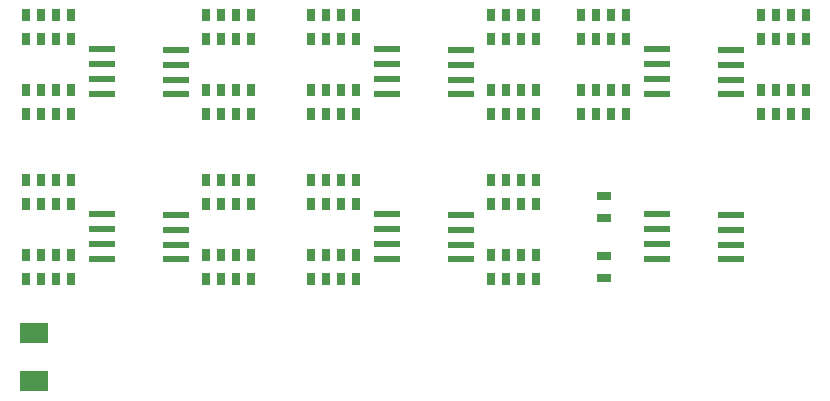
<source format=gtp>
G04 EAGLE Gerber X2 export*
%TF.Part,Single*%
%TF.FileFunction,Other,Top Paste*%
%TF.FilePolarity,Positive*%
%TF.GenerationSoftware,Autodesk,EAGLE,8.7.1*%
%TF.CreationDate,2018-04-05T21:50:13Z*%
G75*
%MOMM*%
%FSLAX34Y34*%
%LPD*%
%AMOC8*
5,1,8,0,0,1.08239X$1,22.5*%
G01*
%ADD10R,2.400000X1.800000*%
%ADD11R,2.200000X0.500000*%
%ADD12R,0.650000X1.000000*%
%ADD13R,1.200000X0.800000*%


D10*
X139700Y286950D03*
X139700Y246450D03*
D11*
X260140Y349250D03*
X260140Y361850D03*
X260140Y374550D03*
X260140Y387250D03*
X197060Y349250D03*
X197060Y361950D03*
X197060Y374650D03*
X197060Y387350D03*
D12*
X323850Y416400D03*
X311150Y416400D03*
X298450Y416400D03*
X285750Y416400D03*
X323850Y396400D03*
X311150Y396400D03*
X298450Y396400D03*
X285750Y396400D03*
X323850Y352900D03*
X311150Y352900D03*
X298450Y352900D03*
X285750Y352900D03*
X323850Y332900D03*
X311150Y332900D03*
X298450Y332900D03*
X285750Y332900D03*
X133350Y332900D03*
X146050Y332900D03*
X158750Y332900D03*
X171450Y332900D03*
X133350Y352900D03*
X146050Y352900D03*
X158750Y352900D03*
X171450Y352900D03*
X133350Y396400D03*
X146050Y396400D03*
X158750Y396400D03*
X171450Y396400D03*
X133350Y416400D03*
X146050Y416400D03*
X158750Y416400D03*
X171450Y416400D03*
D11*
X260140Y488950D03*
X260140Y501550D03*
X260140Y514250D03*
X260140Y526950D03*
X197060Y488950D03*
X197060Y501650D03*
X197060Y514350D03*
X197060Y527050D03*
D12*
X323850Y556100D03*
X311150Y556100D03*
X298450Y556100D03*
X285750Y556100D03*
X323850Y536100D03*
X311150Y536100D03*
X298450Y536100D03*
X285750Y536100D03*
X323850Y492600D03*
X311150Y492600D03*
X298450Y492600D03*
X285750Y492600D03*
X323850Y472600D03*
X311150Y472600D03*
X298450Y472600D03*
X285750Y472600D03*
X133350Y472600D03*
X146050Y472600D03*
X158750Y472600D03*
X171450Y472600D03*
X133350Y492600D03*
X146050Y492600D03*
X158750Y492600D03*
X171450Y492600D03*
X133350Y536100D03*
X146050Y536100D03*
X158750Y536100D03*
X171450Y536100D03*
X133350Y556100D03*
X146050Y556100D03*
X158750Y556100D03*
X171450Y556100D03*
D11*
X501440Y488950D03*
X501440Y501550D03*
X501440Y514250D03*
X501440Y526950D03*
X438360Y488950D03*
X438360Y501650D03*
X438360Y514350D03*
X438360Y527050D03*
D12*
X565150Y556100D03*
X552450Y556100D03*
X539750Y556100D03*
X527050Y556100D03*
X565150Y536100D03*
X552450Y536100D03*
X539750Y536100D03*
X527050Y536100D03*
X565150Y492600D03*
X552450Y492600D03*
X539750Y492600D03*
X527050Y492600D03*
X565150Y472600D03*
X552450Y472600D03*
X539750Y472600D03*
X527050Y472600D03*
X374650Y472600D03*
X387350Y472600D03*
X400050Y472600D03*
X412750Y472600D03*
X374650Y492600D03*
X387350Y492600D03*
X400050Y492600D03*
X412750Y492600D03*
X374650Y536100D03*
X387350Y536100D03*
X400050Y536100D03*
X412750Y536100D03*
X374650Y556100D03*
X387350Y556100D03*
X400050Y556100D03*
X412750Y556100D03*
D11*
X501440Y349250D03*
X501440Y361850D03*
X501440Y374550D03*
X501440Y387250D03*
X438360Y349250D03*
X438360Y361950D03*
X438360Y374650D03*
X438360Y387350D03*
D12*
X565150Y416400D03*
X552450Y416400D03*
X539750Y416400D03*
X527050Y416400D03*
X565150Y396400D03*
X552450Y396400D03*
X539750Y396400D03*
X527050Y396400D03*
X565150Y352900D03*
X552450Y352900D03*
X539750Y352900D03*
X527050Y352900D03*
X565150Y332900D03*
X552450Y332900D03*
X539750Y332900D03*
X527050Y332900D03*
X374650Y332900D03*
X387350Y332900D03*
X400050Y332900D03*
X412750Y332900D03*
X374650Y352900D03*
X387350Y352900D03*
X400050Y352900D03*
X412750Y352900D03*
X374650Y396400D03*
X387350Y396400D03*
X400050Y396400D03*
X412750Y396400D03*
X374650Y416400D03*
X387350Y416400D03*
X400050Y416400D03*
X412750Y416400D03*
D11*
X730040Y488950D03*
X730040Y501550D03*
X730040Y514250D03*
X730040Y526950D03*
X666960Y488950D03*
X666960Y501650D03*
X666960Y514350D03*
X666960Y527050D03*
D12*
X793750Y556100D03*
X781050Y556100D03*
X768350Y556100D03*
X755650Y556100D03*
X793750Y536100D03*
X781050Y536100D03*
X768350Y536100D03*
X755650Y536100D03*
X793750Y492600D03*
X781050Y492600D03*
X768350Y492600D03*
X755650Y492600D03*
X793750Y472600D03*
X781050Y472600D03*
X768350Y472600D03*
X755650Y472600D03*
X603250Y472600D03*
X615950Y472600D03*
X628650Y472600D03*
X641350Y472600D03*
X603250Y492600D03*
X615950Y492600D03*
X628650Y492600D03*
X641350Y492600D03*
X603250Y536100D03*
X615950Y536100D03*
X628650Y536100D03*
X641350Y536100D03*
X603250Y556100D03*
X615950Y556100D03*
X628650Y556100D03*
X641350Y556100D03*
D11*
X730040Y349250D03*
X730040Y361850D03*
X730040Y374550D03*
X730040Y387250D03*
X666960Y349250D03*
X666960Y361950D03*
X666960Y374650D03*
X666960Y387350D03*
D13*
X622300Y384700D03*
X622300Y402700D03*
X622300Y333900D03*
X622300Y351900D03*
M02*

</source>
